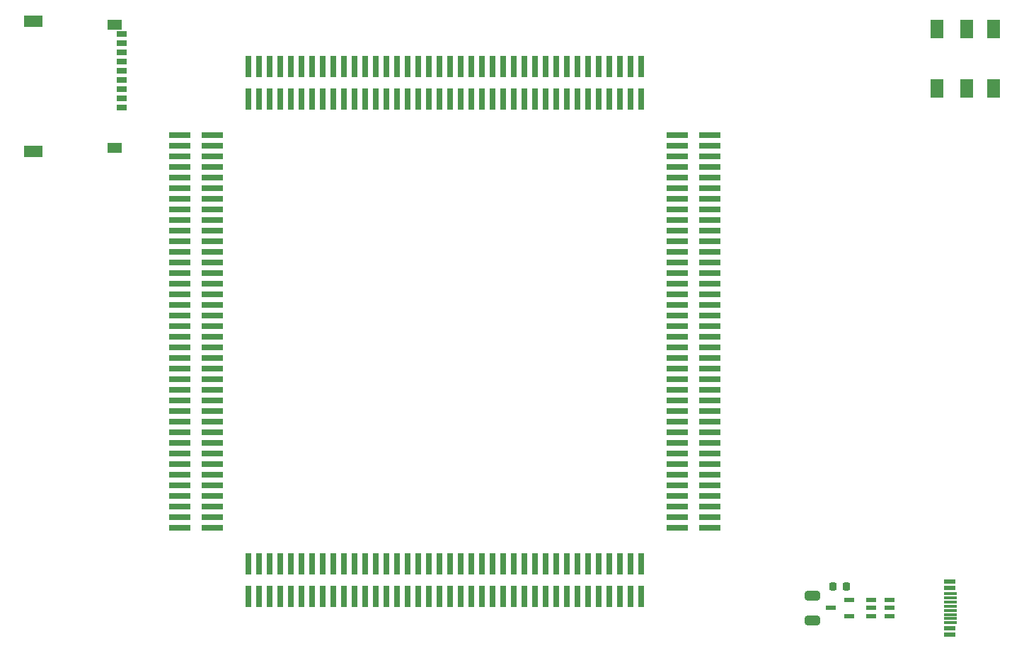
<source format=gbr>
%TF.GenerationSoftware,KiCad,Pcbnew,9.0.0*%
%TF.CreationDate,2025-05-16T22:45:05-04:00*%
%TF.ProjectId,REV.C,5245562e-432e-46b6-9963-61645f706362,0.1*%
%TF.SameCoordinates,Original*%
%TF.FileFunction,Paste,Top*%
%TF.FilePolarity,Positive*%
%FSLAX46Y46*%
G04 Gerber Fmt 4.6, Leading zero omitted, Abs format (unit mm)*
G04 Created by KiCad (PCBNEW 9.0.0) date 2025-05-16 22:45:05*
%MOMM*%
%LPD*%
G01*
G04 APERTURE LIST*
G04 Aperture macros list*
%AMRoundRect*
0 Rectangle with rounded corners*
0 $1 Rounding radius*
0 $2 $3 $4 $5 $6 $7 $8 $9 X,Y pos of 4 corners*
0 Add a 4 corners polygon primitive as box body*
4,1,4,$2,$3,$4,$5,$6,$7,$8,$9,$2,$3,0*
0 Add four circle primitives for the rounded corners*
1,1,$1+$1,$2,$3*
1,1,$1+$1,$4,$5*
1,1,$1+$1,$6,$7*
1,1,$1+$1,$8,$9*
0 Add four rect primitives between the rounded corners*
20,1,$1+$1,$2,$3,$4,$5,0*
20,1,$1+$1,$4,$5,$6,$7,0*
20,1,$1+$1,$6,$7,$8,$9,0*
20,1,$1+$1,$8,$9,$2,$3,0*%
G04 Aperture macros list end*
%ADD10R,1.200000X0.600000*%
%ADD11R,2.603250X0.650000*%
%ADD12R,0.650000X2.603250*%
%ADD13R,1.600000X2.200000*%
%ADD14RoundRect,0.250000X0.650000X-0.325000X0.650000X0.325000X-0.650000X0.325000X-0.650000X-0.325000X0*%
%ADD15RoundRect,0.225000X-0.225000X-0.250000X0.225000X-0.250000X0.225000X0.250000X-0.225000X0.250000X0*%
%ADD16R,1.300000X0.700000*%
%ADD17R,2.200000X1.400000*%
%ADD18R,1.700000X1.200000*%
%ADD19R,1.440000X0.600000*%
%ADD20R,1.500000X0.300000*%
G04 APERTURE END LIST*
D10*
%TO.C,U5*%
X199220000Y-130850000D03*
X199220000Y-131800000D03*
X199220000Y-132750000D03*
X201420000Y-132750000D03*
X201420000Y-131800000D03*
X201420000Y-130850000D03*
%TD*%
D11*
%TO.C,U1*%
X116481890Y-75223600D03*
X120381890Y-75223600D03*
X116481890Y-76493600D03*
X120381890Y-76493600D03*
X116481890Y-77763600D03*
X120381890Y-77763600D03*
X116481890Y-79033600D03*
X120381890Y-79033600D03*
X116481890Y-80303600D03*
X120381890Y-80303600D03*
X116481890Y-81573600D03*
X120381890Y-81573600D03*
X116481890Y-82843600D03*
X120381890Y-82843600D03*
X116481890Y-84113600D03*
X120381890Y-84113600D03*
X116481890Y-85383600D03*
X120381890Y-85383600D03*
X116481890Y-86653600D03*
X120381890Y-86653600D03*
X116481890Y-87923600D03*
X120381890Y-87923600D03*
X116481890Y-89193600D03*
X120381890Y-89193600D03*
X116481890Y-90463600D03*
X120381890Y-90463600D03*
X116481890Y-91733600D03*
X120381890Y-91733600D03*
X116481890Y-93003600D03*
X120381890Y-93003600D03*
X116481890Y-94273600D03*
X120381890Y-94273600D03*
X116481890Y-95543600D03*
X120381890Y-95543600D03*
X116481890Y-96813600D03*
X120381890Y-96813600D03*
X116481890Y-98083600D03*
X120381890Y-98083600D03*
X116481890Y-99353600D03*
X120381890Y-99353600D03*
X116481890Y-100623600D03*
X120381890Y-100623600D03*
X116481890Y-101893600D03*
X120381890Y-101893600D03*
X116481890Y-103163600D03*
X120381890Y-103163600D03*
X116481890Y-104433600D03*
X120381890Y-104433600D03*
X116471890Y-105713600D03*
X120371890Y-105713600D03*
X116481890Y-106973600D03*
X120381890Y-106973600D03*
X116481890Y-108243600D03*
X120381890Y-108243600D03*
X116481890Y-109513600D03*
X120381890Y-109513600D03*
X116481890Y-110783600D03*
X120381890Y-110783600D03*
X116481890Y-112053600D03*
X120381890Y-112053600D03*
X116481890Y-113323600D03*
X120381890Y-113323600D03*
X116481890Y-114593600D03*
X120381890Y-114593600D03*
X116481890Y-115863600D03*
X120381890Y-115863600D03*
X116481890Y-117133600D03*
X120381890Y-117133600D03*
X116481890Y-118403600D03*
X120381890Y-118403600D03*
X116481890Y-119673600D03*
X120381890Y-119673600D03*
X116481890Y-120943600D03*
X120381890Y-120943600D03*
X116476965Y-122213555D03*
X120376965Y-122213555D03*
D12*
X124688600Y-130403600D03*
X124688600Y-126503600D03*
X125958600Y-130403600D03*
X125958600Y-126503600D03*
X127228600Y-130403600D03*
X127228600Y-126503600D03*
X128498600Y-130403600D03*
X128498600Y-126503600D03*
X129768600Y-130403600D03*
X129768600Y-126503600D03*
X131038600Y-130403600D03*
X131038600Y-126503600D03*
X132308600Y-130403600D03*
X132308600Y-126503600D03*
X133578600Y-130403600D03*
X133578600Y-126503600D03*
X134848600Y-130403600D03*
X134848600Y-126503600D03*
X136118600Y-130403600D03*
X136118600Y-126503600D03*
X137388600Y-130403600D03*
X137388600Y-126503600D03*
X138658600Y-130403600D03*
X138658600Y-126503600D03*
X139928600Y-130403600D03*
X139928600Y-126503600D03*
X141198600Y-130403600D03*
X141198600Y-126503600D03*
X142468600Y-130403600D03*
X142468600Y-126503600D03*
X143738600Y-130403600D03*
X143738600Y-126503600D03*
X145008600Y-130403600D03*
X145008600Y-126503600D03*
X146278600Y-130403600D03*
X146278600Y-126503600D03*
X147548600Y-130403600D03*
X147548600Y-126503600D03*
X148818600Y-130403600D03*
X148818600Y-126503600D03*
X150088600Y-130403600D03*
X150088600Y-126503600D03*
X151358600Y-130403600D03*
X151358600Y-126503600D03*
X152628600Y-130403600D03*
X152628600Y-126503600D03*
X153898600Y-130403600D03*
X153898600Y-126503600D03*
X155178600Y-130413600D03*
X155178600Y-126513600D03*
X156438600Y-130403600D03*
X156438600Y-126503600D03*
X157708600Y-130403600D03*
X157708600Y-126503600D03*
X158978600Y-130403600D03*
X158978600Y-126503600D03*
X160248600Y-130403600D03*
X160248600Y-126503600D03*
X161518600Y-130403600D03*
X161518600Y-126503600D03*
X162788600Y-130403600D03*
X162788600Y-126503600D03*
X164058600Y-130403600D03*
X164058600Y-126503600D03*
X165328600Y-130403600D03*
X165328600Y-126503600D03*
X166598600Y-130403600D03*
X166598600Y-126503600D03*
X167868600Y-130403600D03*
X167868600Y-126503600D03*
X169138600Y-130403600D03*
X169138600Y-126503600D03*
X170408600Y-130403600D03*
X170408600Y-126503600D03*
X171678555Y-130408525D03*
X171678555Y-126508525D03*
D11*
X175988600Y-75213600D03*
X179888600Y-75213600D03*
X175988600Y-76483600D03*
X179888600Y-76483600D03*
X175988600Y-77753600D03*
X179888600Y-77753600D03*
X175988600Y-79023600D03*
X179888600Y-79023600D03*
X175988600Y-80293600D03*
X179888600Y-80293600D03*
X175988600Y-81563600D03*
X179888600Y-81563600D03*
X175988600Y-82833600D03*
X179888600Y-82833600D03*
X175988600Y-84103600D03*
X179888600Y-84103600D03*
X175988600Y-85373600D03*
X179888600Y-85373600D03*
X175988600Y-86643600D03*
X179888600Y-86643600D03*
X175988600Y-87913600D03*
X179888600Y-87913600D03*
X175988600Y-89183600D03*
X179888600Y-89183600D03*
X175988600Y-90453600D03*
X179888600Y-90453600D03*
X175988600Y-91723600D03*
X179888600Y-91723600D03*
X175988600Y-92993600D03*
X179888600Y-92993600D03*
X175988600Y-94263600D03*
X179888600Y-94263600D03*
X175988600Y-95533600D03*
X179888600Y-95533600D03*
X175988600Y-96803600D03*
X179888600Y-96803600D03*
X175988600Y-98073600D03*
X179888600Y-98073600D03*
X175988600Y-99343600D03*
X179888600Y-99343600D03*
X175988600Y-100613600D03*
X179888600Y-100613600D03*
X175988600Y-101883600D03*
X179888600Y-101883600D03*
X175988600Y-103153600D03*
X179888600Y-103153600D03*
X175988600Y-104423600D03*
X179888600Y-104423600D03*
X175978600Y-105703600D03*
X179878600Y-105703600D03*
X175988600Y-106963600D03*
X179888600Y-106963600D03*
X175988600Y-108233600D03*
X179888600Y-108233600D03*
X175988600Y-109503600D03*
X179888600Y-109503600D03*
X175988600Y-110773600D03*
X179888600Y-110773600D03*
X175988600Y-112043600D03*
X179888600Y-112043600D03*
X175988600Y-113313600D03*
X179888600Y-113313600D03*
X175988600Y-114583600D03*
X179888600Y-114583600D03*
X175988600Y-115853600D03*
X179888600Y-115853600D03*
X175988600Y-117123600D03*
X179888600Y-117123600D03*
X175988600Y-118393600D03*
X179888600Y-118393600D03*
X175988600Y-119663600D03*
X179888600Y-119663600D03*
X175988600Y-120933600D03*
X179888600Y-120933600D03*
X175983675Y-122203555D03*
X179883675Y-122203555D03*
D12*
X124678600Y-70903600D03*
X124678600Y-67003600D03*
X125948600Y-70903600D03*
X125948600Y-67003600D03*
X127218600Y-70903600D03*
X127218600Y-67003600D03*
X128488600Y-70903600D03*
X128488600Y-67003600D03*
X129758600Y-70903600D03*
X129758600Y-67003600D03*
X131028600Y-70903600D03*
X131028600Y-67003600D03*
X132298600Y-70903600D03*
X132298600Y-67003600D03*
X133568600Y-70903600D03*
X133568600Y-67003600D03*
X134838600Y-70903600D03*
X134838600Y-67003600D03*
X136108600Y-70903600D03*
X136108600Y-67003600D03*
X137378600Y-70903600D03*
X137378600Y-67003600D03*
X138648600Y-70903600D03*
X138648600Y-67003600D03*
X139918600Y-70903600D03*
X139918600Y-67003600D03*
X141188600Y-70903600D03*
X141188600Y-67003600D03*
X142458600Y-70903600D03*
X142458600Y-67003600D03*
X143728600Y-70903600D03*
X143728600Y-67003600D03*
X144998600Y-70903600D03*
X144998600Y-67003600D03*
X146268600Y-70903600D03*
X146268600Y-67003600D03*
X147538600Y-70903600D03*
X147538600Y-67003600D03*
X148808600Y-70903600D03*
X148808600Y-67003600D03*
X150078600Y-70903600D03*
X150078600Y-67003600D03*
X151348600Y-70903600D03*
X151348600Y-67003600D03*
X152618600Y-70903600D03*
X152618600Y-67003600D03*
X153888600Y-70903600D03*
X153888600Y-67003600D03*
X155168600Y-70913600D03*
X155168600Y-67013600D03*
X156428600Y-70903600D03*
X156428600Y-67003600D03*
X157698600Y-70903600D03*
X157698600Y-67003600D03*
X158968600Y-70903600D03*
X158968600Y-67003600D03*
X160238600Y-70903600D03*
X160238600Y-67003600D03*
X161508600Y-70903600D03*
X161508600Y-67003600D03*
X162778600Y-70903600D03*
X162778600Y-67003600D03*
X164048600Y-70903600D03*
X164048600Y-67003600D03*
X165318600Y-70903600D03*
X165318600Y-67003600D03*
X166588600Y-70903600D03*
X166588600Y-67003600D03*
X167858600Y-70903600D03*
X167858600Y-67003600D03*
X169128600Y-70903600D03*
X169128600Y-67003600D03*
X170398600Y-70903600D03*
X170398600Y-67003600D03*
X171668555Y-70908525D03*
X171668555Y-67008525D03*
%TD*%
D13*
%TO.C,J6*%
X210620000Y-62490000D03*
X210620000Y-69590000D03*
X213820000Y-62490000D03*
X213820000Y-69590000D03*
X207120000Y-62490000D03*
X207120000Y-69590000D03*
%TD*%
D14*
%TO.C,C41*%
X192220000Y-133275000D03*
X192220000Y-130325000D03*
%TD*%
D15*
%TO.C,C40*%
X194675000Y-129250000D03*
X196225000Y-129250000D03*
%TD*%
D16*
%TO.C,J5*%
X109550000Y-71940000D03*
X109550000Y-70840000D03*
X109550000Y-69740000D03*
X109550000Y-68640000D03*
X109550000Y-67540000D03*
X109550000Y-66440000D03*
X109550000Y-65340000D03*
X109550000Y-64240000D03*
X109550000Y-63140000D03*
D17*
X99000000Y-61620000D03*
D18*
X108700000Y-62040000D03*
X108700000Y-76720000D03*
D17*
X99000000Y-77140000D03*
%TD*%
D10*
%TO.C,Q1*%
X196550000Y-132750000D03*
X194350000Y-131800000D03*
X196550000Y-130850000D03*
%TD*%
D19*
%TO.C,J8*%
X208630000Y-135025000D03*
X208630000Y-134225000D03*
D20*
X208660000Y-133075000D03*
X208660000Y-132075000D03*
X208660000Y-131575000D03*
X208660000Y-130575000D03*
D19*
X208630000Y-129425000D03*
X208630000Y-128625000D03*
D20*
X208660000Y-130075000D03*
X208660000Y-131075000D03*
X208660000Y-132575000D03*
X208660000Y-133575000D03*
%TD*%
M02*

</source>
